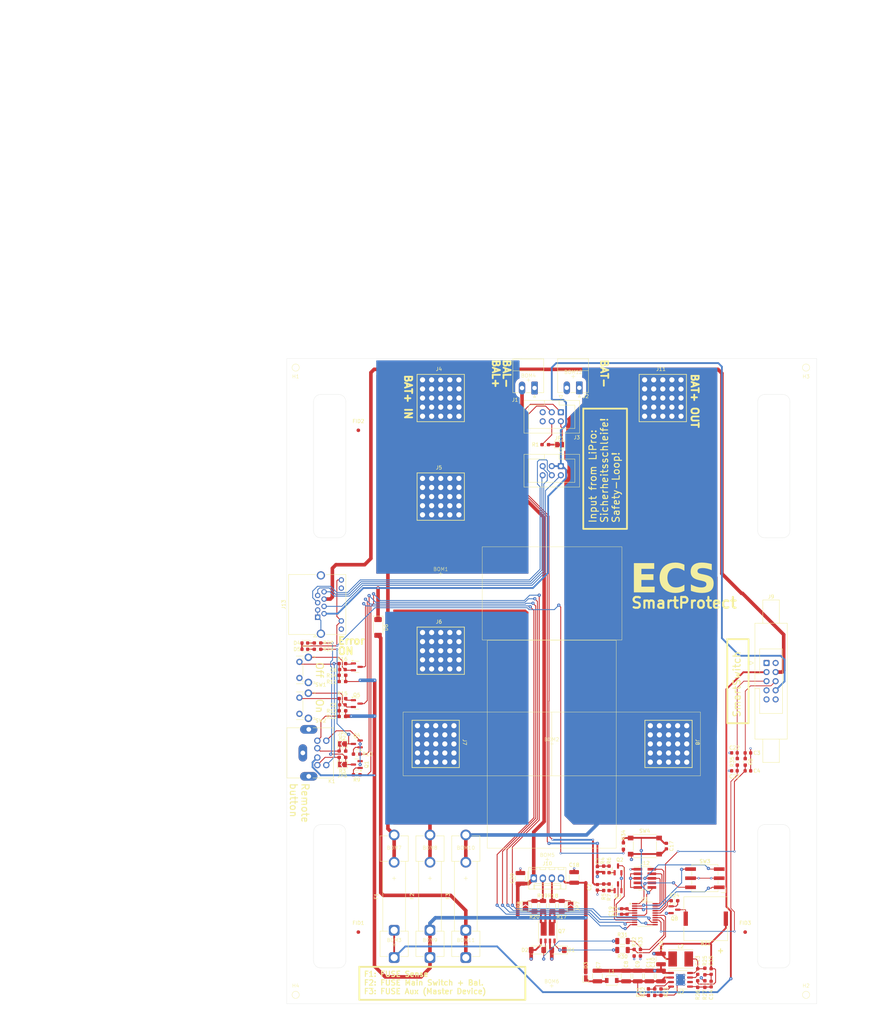
<source format=kicad_pcb>
(kicad_pcb
	(version 20240108)
	(generator "pcbnew")
	(generator_version "8.0")
	(general
		(thickness 1.627)
		(legacy_teardrops no)
	)
	(paper "A3" portrait)
	(layers
		(0 "F.Cu" signal)
		(1 "In1.Cu" signal)
		(2 "In2.Cu" signal)
		(3 "In3.Cu" signal)
		(4 "In4.Cu" signal)
		(31 "B.Cu" signal)
		(32 "B.Adhes" user "B.Adhesive")
		(33 "F.Adhes" user "F.Adhesive")
		(34 "B.Paste" user)
		(35 "F.Paste" user)
		(36 "B.SilkS" user "B.Silkscreen")
		(37 "F.SilkS" user "F.Silkscreen")
		(38 "B.Mask" user)
		(39 "F.Mask" user)
		(40 "Dwgs.User" user "User.Drawings")
		(41 "Cmts.User" user "User.Comments")
		(42 "Eco1.User" user "User.Eco1")
		(43 "Eco2.User" user "User.Eco2")
		(44 "Edge.Cuts" user)
		(45 "Margin" user)
		(46 "B.CrtYd" user "B.Courtyard")
		(47 "F.CrtYd" user "F.Courtyard")
		(48 "B.Fab" user)
		(49 "F.Fab" user)
		(50 "User.1" user)
		(51 "User.2" user)
		(52 "User.3" user)
		(53 "User.4" user)
		(54 "User.5" user)
		(55 "User.6" user)
		(56 "User.7" user)
		(57 "User.8" user)
		(58 "User.9" user)
	)
	(setup
		(stackup
			(layer "F.SilkS"
				(type "Top Silk Screen")
			)
			(layer "F.Paste"
				(type "Top Solder Paste")
			)
			(layer "F.Mask"
				(type "Top Solder Mask")
				(thickness 0.01)
			)
			(layer "F.Cu"
				(type "copper")
				(thickness 0.07)
			)
			(layer "dielectric 1"
				(type "prepreg")
				(thickness 0.1)
				(material "FR4")
				(epsilon_r 4.5)
				(loss_tangent 0.02)
			)
			(layer "In1.Cu"
				(type "copper")
				(thickness 0.07)
			)
			(layer "dielectric 2"
				(type "core")
				(thickness 0.4785)
				(material "FR4")
				(epsilon_r 4.5)
				(loss_tangent 0.02)
			)
			(layer "In2.Cu"
				(type "copper")
				(thickness 0.07)
			)
			(layer "dielectric 3"
				(type "prepreg")
				(thickness 0.1)
				(material "FR4")
				(epsilon_r 4.5)
				(loss_tangent 0.02)
			)
			(layer "In3.Cu"
				(type "copper")
				(thickness 0.035)
			)
			(layer "dielectric 4"
				(type "core")
				(thickness 0.4785)
				(material "FR4")
				(epsilon_r 4.5)
				(loss_tangent 0.02)
			)
			(layer "In4.Cu"
				(type "copper")
				(thickness 0.035)
			)
			(layer "dielectric 5"
				(type "prepreg")
				(thickness 0.1)
				(material "FR4")
				(epsilon_r 4.5)
				(loss_tangent 0.02)
			)
			(layer "B.Cu"
				(type "copper")
				(thickness 0.07)
			)
			(layer "B.Mask"
				(type "Bottom Solder Mask")
				(thickness 0.01)
			)
			(layer "B.Paste"
				(type "Bottom Solder Paste")
			)
			(layer "B.SilkS"
				(type "Bottom Silk Screen")
			)
			(copper_finish "None")
			(dielectric_constraints no)
		)
		(pad_to_mask_clearance 0)
		(allow_soldermask_bridges_in_footprints no)
		(aux_axis_origin 100 300)
		(grid_origin 174 120)
		(pcbplotparams
			(layerselection 0x00010fc_ffffffff)
			(plot_on_all_layers_selection 0x0000000_00000000)
			(disableapertmacros no)
			(usegerberextensions no)
			(usegerberattributes yes)
			(usegerberadvancedattributes yes)
			(creategerberjobfile yes)
			(dashed_line_dash_ratio 12.000000)
			(dashed_line_gap_ratio 3.000000)
			(svgprecision 4)
			(plotframeref no)
			(viasonmask no)
			(mode 1)
			(useauxorigin no)
			(hpglpennumber 1)
			(hpglpenspeed 20)
			(hpglpendiameter 15.000000)
			(pdf_front_fp_property_popups yes)
			(pdf_back_fp_property_popups yes)
			(dxfpolygonmode yes)
			(dxfimperialunits yes)
			(dxfusepcbnewfont yes)
			(psnegative no)
			(psa4output no)
			(plotreference yes)
			(plotvalue yes)
			(plotfptext yes)
			(plotinvisibletext no)
			(sketchpadsonfab no)
			(subtractmaskfromsilk no)
			(outputformat 1)
			(mirror no)
			(drillshape 1)
			(scaleselection 1)
			(outputdirectory "")
		)
	)
	(net 0 "")
	(net 1 "GND")
	(net 2 "Net-(J10-Pin_3)")
	(net 3 "VCC")
	(net 4 "Net-(Q3-B)")
	(net 5 "/RESET")
	(net 6 "/SET")
	(net 7 "/Ub_FUSED")
	(net 8 "Net-(JP4-A)")
	(net 9 "Net-(D3-K)")
	(net 10 "Net-(JP1-A)")
	(net 11 "/BMS_OK")
	(net 12 "Net-(U2-VIN)")
	(net 13 "Net-(U2-BST)")
	(net 14 "Net-(U2-SW)")
	(net 15 "Net-(C14-Pad1)")
	(net 16 "Net-(Q4-B)")
	(net 17 "Net-(U2-FB)")
	(net 18 "/B")
	(net 19 "/A")
	(net 20 "/LED_OFF")
	(net 21 "Net-(J10-Pin_2)")
	(net 22 "/BTN_ON")
	(net 23 "Net-(JP5-A)")
	(net 24 "/BTN_OFF")
	(net 25 "/control/SWCLK")
	(net 26 "Net-(JP5-B)")
	(net 27 "Net-(JP4-B)")
	(net 28 "Net-(J12-~{RESET})")
	(net 29 "Net-(Q5-B)")
	(net 30 "/control/SWDIO")
	(net 31 "unconnected-(J12-KEY-Pad7)")
	(net 32 "Net-(JP8-A)")
	(net 33 "Net-(Q1-B)")
	(net 34 "/LVP")
	(net 35 "/OVP")
	(net 36 "Net-(Q2-B)")
	(net 37 "Net-(Q6-B)")
	(net 38 "/LED_ERROR")
	(net 39 "/LED_ON")
	(net 40 "Net-(U2-EN{slash}UVLO)")
	(net 41 "Net-(U2-RON)")
	(net 42 "/BMS_OK_PROTECTED")
	(net 43 "/control/R2")
	(net 44 "/control/R1")
	(net 45 "/control/BTN_OFF")
	(net 46 "/control/BTN_ON")
	(net 47 "Net-(BZ1--)")
	(net 48 "Net-(Q8-B)")
	(net 49 "Net-(U1-PA9{slash}PA11)")
	(net 50 "Net-(U1-PC14)")
	(net 51 "Net-(U1-PC15)")
	(net 52 "unconnected-(U2-PGOOD-Pad6)")
	(net 53 "/~{OC_FAULT}")
	(net 54 "/LVP_IN")
	(net 55 "/OVP_IN")
	(net 56 "Net-(D4-K)")
	(net 57 "Net-(D5-K)")
	(net 58 "/control/RELAIS_RESET")
	(net 59 "/control/RELAIS_SET")
	(net 60 "unconnected-(J3-Pin_5-Pad5)")
	(net 61 "unconnected-(J3-Pin_6-Pad6)")
	(net 62 "unconnected-(J13-Pad9)")
	(net 63 "unconnected-(J13-Pad11)")
	(net 64 "/BAT+_IN")
	(net 65 "Net-(J9-Pin_3)")
	(net 66 "/BAT+_SI")
	(net 67 "/BAT+_OUT")
	(net 68 "unconnected-(J9-Pin_7-Pad7)")
	(net 69 "/B_OUT")
	(net 70 "Net-(D6-K)")
	(net 71 "/A_OUT")
	(net 72 "/GND_OUT")
	(net 73 "/+5V_OUT")
	(net 74 "Net-(D6-A)")
	(net 75 "/~{OC_FAULT_PROTECTED}")
	(net 76 "/VCC_FROM_EASY_SWITCH")
	(footprint "Jumper:SolderJumper-2_P1.3mm_Open_TrianglePad1.0x1.5mm" (layer "F.Cu") (at 176.19625 144))
	(footprint "Capacitor_SMD:C_0603_1608Metric" (layer "F.Cu") (at 186.75 267.5 90))
	(footprint "Connector_IDC:IDC-Header_2x03_P2.54mm_Vertical" (layer "F.Cu") (at 176.54 150 -90))
	(footprint "Resistor_SMD:R_0603_1608Metric_Pad0.98x0.95mm_HandSolder" (layer "F.Cu") (at 172.19625 144))
	(footprint "Capacitor_SMD:C_0603_1608Metric" (layer "F.Cu") (at 186.75 262.5 90))
	(footprint "myPackage_SO:HSOP-8-1EP_3.9x4.9mm_P1.27mm_EP2.41x3.1mm_ThermalVias_0.3mm" (layer "F.Cu") (at 209.955 293.3))
	(footprint "Capacitor_SMD:C_0603_1608Metric" (layer "F.Cu") (at 115.555 206.75 180))
	(footprint "Fiducial:Fiducial_1mm_Mask3mm" (layer "F.Cu") (at 120 280))
	(footprint "Resistor_SMD:R_1206_3216Metric" (layer "F.Cu") (at 171.57 272.775 -90))
	(footprint "myBOM:BOM_PART_2x2mm" (layer "F.Cu") (at 140 265))
	(footprint "myWürthSHFU:WP-SHFU_7461098_HAL" (layer "F.Cu") (at 205 131))
	(footprint "Resistor_SMD:R_0603_1608Metric_Pad0.98x0.95mm_HandSolder" (layer "F.Cu") (at 198.75 285.75 -90))
	(footprint "Connector_Phoenix_MC:PhoenixContact_MC_1,5_2-G-3.5_1x02_P3.50mm_Horizontal" (layer "F.Cu") (at 169.195 128.2 180))
	(footprint "Capacitor_SMD:C_1210_3225Metric" (layer "F.Cu") (at 180.25 264.75 90))
	(footprint "Resistor_SMD:R_0603_1608Metric_Pad0.98x0.95mm_HandSolder" (layer "F.Cu") (at 115.555 218.25 180))
	(footprint "Resistor_SMD:R_1206_3216Metric" (layer "F.Cu") (at 193.75 285 180))
	(footprint "Resistor_SMD:R_0603_1608Metric_Pad0.98x0.95mm_HandSolder" (layer "F.Cu") (at 108.605 201.095))
	(footprint "Resistor_SMD:R_0603_1608Metric_Pad0.98x0.95mm_HandSolder" (layer "F.Cu") (at 115.555 208.345 180))
	(footprint "myBOM:BOM_PART_2x2mm" (layer "F.Cu") (at 174 295))
	(footprint "Resistor_SMD:R_0603_1608Metric_Pad0.98x0.95mm_HandSolder" (layer "F.Cu") (at 201 296.75 -90))
	(footprint "Resistor_SMD:R_1206_3216Metric" (layer "F.Cu") (at 176.77 272.775 -90))
	(footprint "Connector_IDC:IDC-Header_2x05_P2.54mm_Latch6.5mm_Vertical" (layer "F.Cu") (at 233.96 204.92))
	(footprint "Resistor_SMD:R_0603_1608Metric_Pad0.98x0.95mm_HandSolder" (layer "F.Cu") (at 225.8 232.5 90))
	(footprint "myBOM:BOM_PART_2x2mm" (layer "F.Cu") (at 167.5 126))
	(footprint "Capacitor_SMD:C_0603_1608Metric" (layer "F.Cu") (at 218.5 294.5 -90))
	(footprint "Resistor_SMD:R_0603_1608Metric_Pad0.98x0.95mm_HandSolder" (layer "F.Cu") (at 119.545 236.095 180))
	(footprint "Capacitor_SMD:C_0603_1608Metric" (layer "F.Cu") (at 115.555 216.595 180))
	(footprint "myHoles:printer_mounting_holes_1mm" (layer "F.Cu") (at 102.5 297.5))
	(footprint "myWürthSHFU:WP-SHFU_7461098_HAL" (layer "F.Cu") (at 143 158.5))
	(footprint "Capacitor_SMD:C_0603_1608Metric" (layer "F.Cu") (at 228.7625 230.0125 180))
	(footprint "myHoles:printer_mounting_holes_1mm" (layer "F.Cu") (at 245 122.5))
	(footprint "myBOM:BOM_PART_2x2mm" (layer "F.Cu") (at 180 125))
	(footprint "Capacitor_SMD:C_1210_3225Metric"
		(layer "F.Cu")
		(uuid "46ea3b89-e431-4370-a25d-10bcf4885627")
		(at 198 292.25 90)
		(descr "Capacitor SMD 1210 (3225 Metric), square (rectangular) end terminal, IPC_7351 nominal, (Body size source: IPC-SM-782 page 76, https://www.pcb-3d.com/wordpress/wp-content/uploads/ipc-sm-782a_amendment_1_and_2.pdf), generated with kicad-footprint-generator")
		(tags "capacitor")
		(property "Reference" "C9"
			(at 3.25 0 90)
			(layer "F.SilkS")
			(uuid "d27979bd-02be-4fba-9613-d8df379ff8b9")
			(effects
				(font
					(size 1 1)
					(thickness 0.15)
				)
			)
		)
		(property "Value" "1µ"
			(at 0 2.3 90)
			(layer "F.Fab")
			(uuid "88158154-8526-41e1-b63e-e35c08745ffd")
			(effects
				(font
					(size 1 1)
					(thickness 0.15)
				)
			)
		)
		(property "Footprint" "Capacitor_SMD:C_1210_3225Metric"
			(at 0 0 90)
			(unlocked yes)
			(layer "F.Fab")
			(hide yes)
			(uuid "56d11001-a4bd-4985-bed3-343279f05bb4")
			(effects
				(font
					(size 1.27 1.27)
					(thickness 0.15)
				)
			)
		)
		(property "Datasheet" ""
			(at 0 0 90)
			(unlocked yes)
			(layer "F.Fab")
			(hide yes)
			(uuid "a4ccbdbc-d402-4ae6-9114-4fcbd9c06456")
			(effects
				(font
					(size 1.27 1.27)
					(thickness 0.15)
				)
			)
		)
		(property "Description" "1µ0 100V 10% X7R 1210 SMD"
			(at 0 0 90)
			(unlocked yes)
			(layer "F.Fab")
			(hide yes)
			(uuid "0329e62a-5fcb-493d-a245-ef744993b592")
			(effects
				(font
					(size 1.27 1.27)
					(thickness 0.15)
				)
			)
		)
		(property "Voltage" "100V"
			(at 0 0 90)
			(unlocked yes)
			(layer "F.Fab")
			(hide yes)
			(uuid "ea3ea6db-4a49-4336-8941-cb5bd977e1a2")
			(effects
				(font
					(size 1 1)
					(thickness 0.15)
				)
			)
		)
		(property "ECS Art#" "C216"
			(at 0 0 90)
			(unlocked yes)
			(layer "F.Fab")
			(hide yes)
			(uuid "e7e62b61-a864-4f3b-8ed3-3df30b74555f")
			(effects
				(font
					(size 1 1)
					(thickness 0.15)
				)
			)
		)
		(property "HAN" "CL32B105KCJSNNE"
			(at 0 0 90)
			(unlocked yes)
			(layer "F.Fab")
			(hide yes)
			(uuid "a0d7c224-88fb-43fb-a1fb-41f80244d6ce")
			(effects
				(font
					(size 1 1)
					(thickness 0.15)
				)
			)
		)
		(property "Toleranz" ""
			(at 0 0 90)
			(unlocked yes)
			(layer "F.Fab")
			(hide yes)
			(uuid "16424a39-6913-4a50-9a3b-e9c51c34925b")
			(effects
				(font
					(size 1 1)
					(thickness 0.15)
				)
			)
		)
		(property "Hersteller" "SAMSUNG"
			(at 0 0 90)
			(unlocked yes)
			(layer "F.Fab")
			(hide yes)
			(uuid "c6e15141-93cc-4bbd-9bcf-404b1df52712")
			(effects
				(font
					(size 1 1)
					(thickness 0.15)
				)
			)
		)
		(property ki_fp_filters "C_*")
		(path "/da0337db-fd16-47c3-bf41-7e0ddfb2a982/287dee8e-94d8-40ab-8964-1e3d4b71c698")
		(sheetname "control")
		(sheetfile "control.kicad_sch")
		(attr smd)
		(fp_line
			(start -0.711252 -1.36)
			(end 0.711252 -1.36)
			(stroke
				(width 0.12)
				(type solid)
			)
			(layer "F.SilkS")
			(uuid "ea152f8b-4624-40f5-a751-29e96d54f4ef")
		)
		(fp_line
			(start -0.711252 1.36)
			(end 0.711252 1.36)
			(stroke
				(width 0.12)
				(type solid)
			)
... [1133847 chars truncated]
</source>
